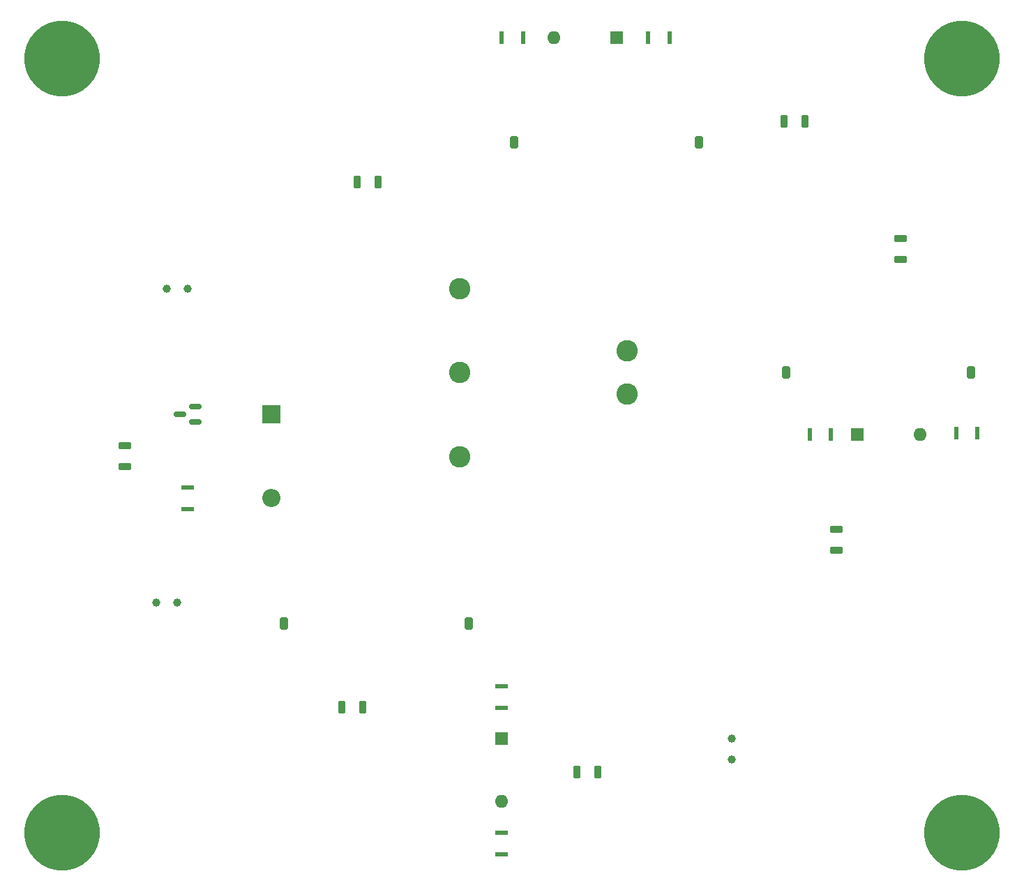
<source format=gbr>
%TF.GenerationSoftware,KiCad,Pcbnew,(6.0.0)*%
%TF.CreationDate,2023-03-29T15:00:35+03:00*%
%TF.ProjectId,shema,7368656d-612e-46b6-9963-61645f706362,rev?*%
%TF.SameCoordinates,Original*%
%TF.FileFunction,Soldermask,Top*%
%TF.FilePolarity,Negative*%
%FSLAX46Y46*%
G04 Gerber Fmt 4.6, Leading zero omitted, Abs format (unit mm)*
G04 Created by KiCad (PCBNEW (6.0.0)) date 2023-03-29 15:00:35*
%MOMM*%
%LPD*%
G01*
G04 APERTURE LIST*
G04 Aperture macros list*
%AMRoundRect*
0 Rectangle with rounded corners*
0 $1 Rounding radius*
0 $2 $3 $4 $5 $6 $7 $8 $9 X,Y pos of 4 corners*
0 Add a 4 corners polygon primitive as box body*
4,1,4,$2,$3,$4,$5,$6,$7,$8,$9,$2,$3,0*
0 Add four circle primitives for the rounded corners*
1,1,$1+$1,$2,$3*
1,1,$1+$1,$4,$5*
1,1,$1+$1,$6,$7*
1,1,$1+$1,$8,$9*
0 Add four rect primitives between the rounded corners*
20,1,$1+$1,$2,$3,$4,$5,0*
20,1,$1+$1,$4,$5,$6,$7,0*
20,1,$1+$1,$6,$7,$8,$9,0*
20,1,$1+$1,$8,$9,$2,$3,0*%
G04 Aperture macros list end*
%ADD10RoundRect,0.200000X-0.200000X-0.600000X0.200000X-0.600000X0.200000X0.600000X-0.200000X0.600000X0*%
%ADD11RoundRect,0.250000X0.250000X0.512000X-0.250000X0.512000X-0.250000X-0.512000X0.250000X-0.512000X0*%
%ADD12RoundRect,0.250000X-0.250000X-0.512000X0.250000X-0.512000X0.250000X0.512000X-0.250000X0.512000X0*%
%ADD13R,1.600000X0.500000*%
%ADD14C,9.200000*%
%ADD15RoundRect,0.200000X0.600000X-0.200000X0.600000X0.200000X-0.600000X0.200000X-0.600000X-0.200000X0*%
%ADD16RoundRect,0.150000X0.587500X0.150000X-0.587500X0.150000X-0.587500X-0.150000X0.587500X-0.150000X0*%
%ADD17R,0.500000X1.600000*%
%ADD18C,1.000000*%
%ADD19O,1.600000X1.600000*%
%ADD20R,1.600000X1.600000*%
%ADD21R,1.500000X0.600000*%
%ADD22C,2.600000*%
%ADD23R,2.200000X2.200000*%
%ADD24O,2.200000X2.200000*%
%ADD25R,0.600000X1.500000*%
G04 APERTURE END LIST*
D10*
%TO.C,SW2*%
X147541428Y-60720000D03*
X145001428Y-60720000D03*
%TD*%
D11*
%TO.C,F3*%
X197080000Y-83820000D03*
X219480000Y-83820000D03*
%TD*%
D12*
%TO.C,F2*%
X186460000Y-55880000D03*
X164060000Y-55880000D03*
%TD*%
%TO.C,F1*%
X158520000Y-114300000D03*
X136120000Y-114300000D03*
%TD*%
D13*
%TO.C,R8*%
X124460000Y-97760000D03*
X124460000Y-100360000D03*
%TD*%
D14*
%TO.C,REF\u002A\u002A*%
X218440000Y-139700000D03*
%TD*%
%TO.C,REF\u002A\u002A*%
X109220000Y-45720000D03*
%TD*%
%TO.C,REF\u002A\u002A*%
X109220000Y-139700000D03*
%TD*%
%TO.C,REF\u002A\u002A*%
X218440000Y-45720000D03*
%TD*%
D15*
%TO.C,SW3*%
X203200000Y-105410000D03*
X203200000Y-102870000D03*
%TD*%
D13*
%TO.C,R5*%
X162560000Y-124490000D03*
X162560000Y-121890000D03*
%TD*%
D15*
%TO.C,J1*%
X116840000Y-95250000D03*
X116840000Y-92710000D03*
%TD*%
D16*
%TO.C,Q1*%
X125397500Y-89850000D03*
X125397500Y-87950000D03*
X123522500Y-88900000D03*
%TD*%
D17*
%TO.C,R7*%
X199920000Y-91300000D03*
X202520000Y-91300000D03*
%TD*%
D18*
%TO.C,D_power3*%
X190500000Y-128270000D03*
X190500000Y-130810000D03*
%TD*%
D19*
%TO.C,D7*%
X213360000Y-91300000D03*
D20*
X205740000Y-91300000D03*
%TD*%
D18*
%TO.C,D_power1*%
X123190000Y-111760000D03*
X120650000Y-111760000D03*
%TD*%
D10*
%TO.C,J3*%
X199390000Y-53340000D03*
X196850000Y-53340000D03*
%TD*%
D19*
%TO.C,D5*%
X162560000Y-135890000D03*
D20*
X162560000Y-128270000D03*
%TD*%
D15*
%TO.C,J4*%
X210940000Y-70090000D03*
X210940000Y-67550000D03*
%TD*%
D10*
%TO.C,J2*%
X171690000Y-132320000D03*
X174230000Y-132320000D03*
%TD*%
%TO.C,SW1*%
X143110000Y-124460000D03*
X145650000Y-124460000D03*
%TD*%
D21*
%TO.C,D1*%
X162560000Y-139670000D03*
X162560000Y-142270000D03*
%TD*%
D22*
%TO.C,DC_DC1*%
X157440000Y-73620000D03*
X157440000Y-83820000D03*
X157440000Y-94020000D03*
X177800000Y-81220000D03*
X177740000Y-86420000D03*
%TD*%
D17*
%TO.C,R6*%
X180310000Y-43180000D03*
X182910000Y-43180000D03*
%TD*%
D19*
%TO.C,D6*%
X168910000Y-43180000D03*
D20*
X176530000Y-43180000D03*
%TD*%
D23*
%TO.C,D4*%
X134620000Y-88900000D03*
D24*
X134620000Y-99060000D03*
%TD*%
D25*
%TO.C,D2*%
X165130000Y-43180000D03*
X162530000Y-43180000D03*
%TD*%
%TO.C,D3*%
X220300000Y-91180000D03*
X217700000Y-91180000D03*
%TD*%
D18*
%TO.C,D_power2*%
X124460000Y-73660000D03*
X121920000Y-73660000D03*
%TD*%
M02*

</source>
